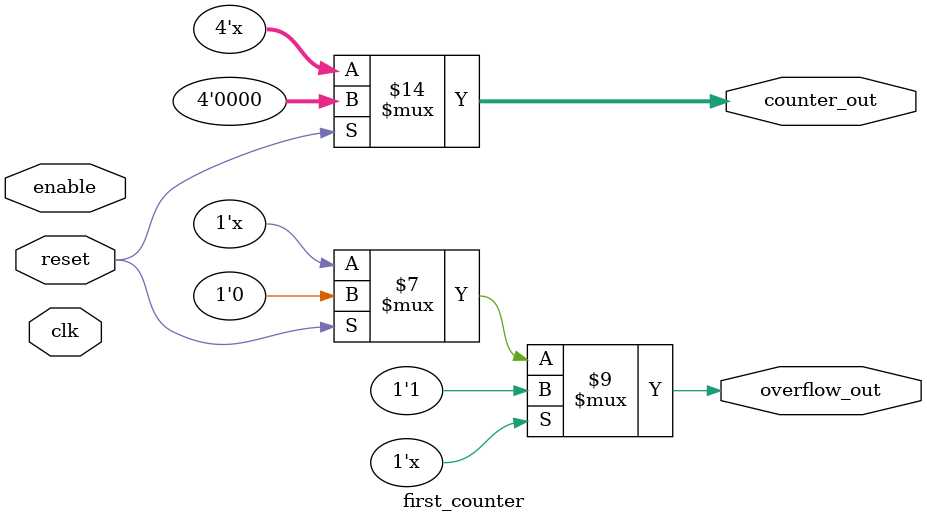
<source format=v>
module first_counter(
    clk,
    reset,
    enable,
    counter_out,
    overflow_out
);// End of port list
//----------------Input Ports---------------
input clk;
input reset;
input enable;
//----------------Output Ports--------------
output[3:0] counter_out;
output overflow_out;
//----------------Input ports Data Type-----
//By rule all the input ports should be wires
wire clk;
wire reset;
wire enable;
//----------------Output ports data type----
//Output port can be a storage element(reg) or a wire
reg[3:0] counter_out;
reg overflow_out;
// overflow outport

//---------------Code starts here-----------
always@(clk)
begin: COUNTER //block name
    //At every rising edge of clock we check if reset is active
    //If active, we load the counter output with 4'b0000
    if(reset==1'b1) begin
        counter_out <= #1 4'b0000;
        overflow_out <= #1 1'b0;
    end
    //If enable is active, we increment the counter
    else if(enable == 1'b1) begin
       counter_out <= #1 counter_out + 1;
    end
    // if it overflows, set overflow_out to be 1
    if(counter_out == 4'b1111)
    begin
        overflow_out <= #1 1'b1;
    end
end // End of block COUNTER

endmodule // End of module counter


</source>
